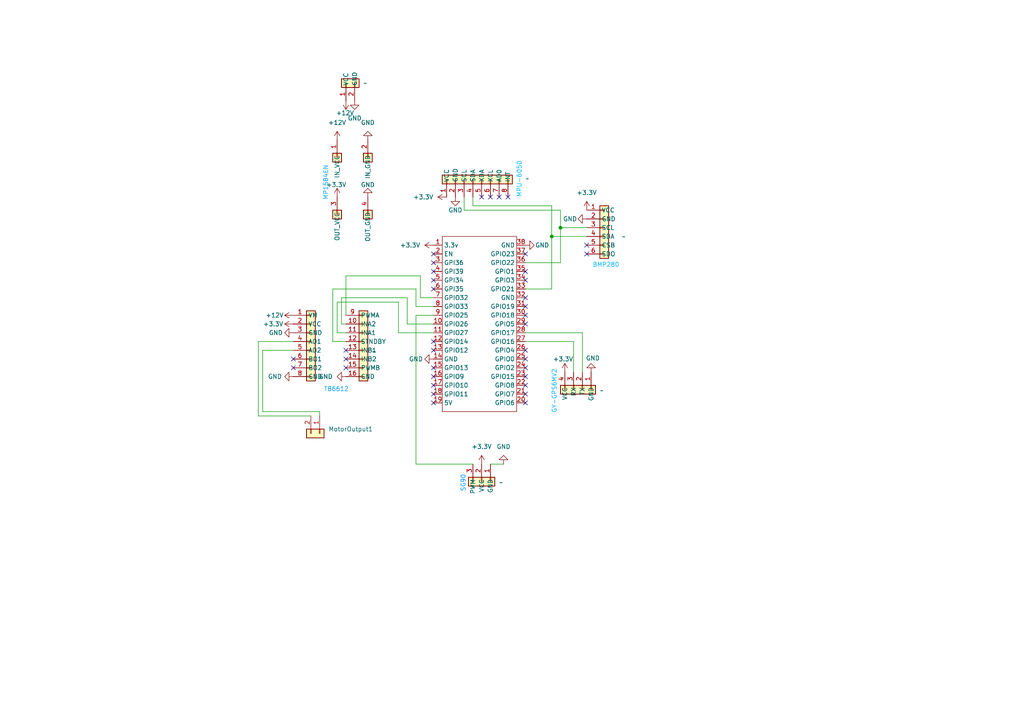
<source format=kicad_sch>
(kicad_sch (version 20250114) (generator "eeschema") (generator_version "9.0")
  (paper "A4")
  (lib_symbols
    (symbol "Connector_Generic:BMP280_Breakout"
      (symbol "BMP280_Breakout_1_1"
        (rectangle (start -1.27 6.35) (end 1.27 -8.89) (stroke (width 0.254)) (fill (type background)))
        (rectangle (start -1.27 5.207) (end 0 4.953) (stroke (width 0.1524)))
        (rectangle (start -1.27 2.667) (end 0 2.413) (stroke (width 0.1524)))
        (rectangle (start -1.27 0.127) (end 0 -0.127) (stroke (width 0.1524)))
        (rectangle (start -1.27 -2.413) (end 0 -2.667) (stroke (width 0.1524)))
        (rectangle (start -1.27 -4.953) (end 0 -5.207) (stroke (width 0.1524)))
        (rectangle (start -1.27 -7.493) (end 0 -7.747) (stroke (width 0.1524)))
        (text "BMP280" (at 0.508 -10.668 0) (effects (font (size 1.27 1.27))))
        (pin passive line (at -5.08 5.08 0) (length 3.81) (name "VCC") (number "1"))
        (pin passive line (at -5.08 2.54 0) (length 3.81) (name "GND") (number "2"))
        (pin passive line (at -5.08 0 0) (length 3.81) (name "SCL") (number "3"))
        (pin passive line (at -5.08 -2.54 0) (length 3.81) (name "SDA") (number "4"))
        (pin passive line (at -5.08 -5.08 0) (length 3.81) (name "CSB") (number "5"))
        (pin passive line (at -5.08 -7.62 0) (length 3.81) (name "SDO") (number "6"))
      )
    )
    (symbol "Connector_Generic:Conn_01x02" (pin_names (offset 1.016) (hide yes))
      (property "Reference" "J" (at 0 2.54 0))
      (property "Value" "Conn_01x02" (at 0 -5.08 0))
      (symbol "Conn_01x02_1_1"
        (rectangle (start -1.27 1.27) (end 1.27 -3.81) (stroke (width 0.254)) (fill (type background)))
        (rectangle (start -1.27 0.127) (end 0 -0.127) (stroke (width 0.1524)))
        (rectangle (start -1.27 -2.413) (end 0 -2.667) (stroke (width 0.1524)))
        (pin passive line (at -5.08 0 0) (length 3.81) (name "Pin_1") (number "1"))
        (pin passive line (at -5.08 -2.54 0) (length 3.81) (name "Pin_2") (number "2"))
      )
    )
    (symbol "Connector_Generic:DC_Power_Input"
      (symbol "DC_Power_Input_1_1"
        (rectangle (start -1.27 1.27) (end 1.27 -3.81) (stroke (width 0.254)) (fill (type background)))
        (rectangle (start -1.27 0.127) (end 0 -0.127) (stroke (width 0.1524)))
        (rectangle (start -1.27 -2.413) (end 0 -2.667) (stroke (width 0.1524)))
        (pin power_out line (at -5.08 0 0) (length 3.81) (name "VCC") (number "1"))
        (pin power_out line (at -5.08 -2.54 0) (length 3.81) (name "GND") (number "2"))
      )
    )
    (symbol "Connector_Generic:GY-GPS6MV2_Breakout"
      (symbol "GY-GPS6MV2_Breakout_1_1"
        (rectangle (start -1.27 3.81) (end 1.27 -6.35) (stroke (width 0.254)) (fill (type background)))
        (rectangle (start -1.27 2.667) (end 0 2.413) (stroke (width 0.1524)))
        (rectangle (start -1.27 0.127) (end 0 -0.127) (stroke (width 0.1524)))
        (rectangle (start -1.27 -2.413) (end 0 -2.667) (stroke (width 0.1524)))
        (rectangle (start -1.27 -4.953) (end 0 -5.207) (stroke (width 0.1524)))
        (text "GY-GPS6MV2" (at 0.254 -8.128 0) (effects (font (size 1.27 1.27))))
        (pin passive line (at -5.08 2.54 0) (length 3.81) (name "GND") (number "1"))
        (pin passive line (at -5.08 0 0) (length 3.81) (name "TX") (number "2"))
        (pin passive line (at -5.08 -2.54 0) (length 3.81) (name "RX") (number "3"))
        (pin passive line (at -5.08 -5.08 0) (length 3.81) (name "VCC") (number "4"))
      )
    )
    (symbol "Connector_Generic:MP1584EN_Breakout"
      (property "Footprint" "Ernest:MP1584_breakout_footprint" (at 0 0 0))
      (symbol "MP1584EN_Breakout_1_1"
        (rectangle (start -8.89 5.08) (end -6.35 2.54) (stroke (width 0.254)) (fill (type background)))
        (rectangle (start -8.89 3.937) (end -7.62 3.683) (stroke (width 0.1524)))
        (rectangle (start -8.89 -3.81) (end -6.35 -6.35) (stroke (width 0.254)) (fill (type background)))
        (rectangle (start -8.89 -4.953) (end -7.62 -5.207) (stroke (width 0.1524)))
        (rectangle (start 7.62 5.08) (end 10.16 2.54) (stroke (width 0.254)) (fill (type background)))
        (rectangle (start 7.62 3.937) (end 8.89 3.683) (stroke (width 0.1524)))
        (rectangle (start 7.62 -3.81) (end 10.16 -6.35) (stroke (width 0.254)) (fill (type background)))
        (rectangle (start 7.62 -4.953) (end 8.89 -5.207) (stroke (width 0.1524)))
        (text "MP1584EN" (at -0.508 -8.382 0) (effects (font (size 1.27 1.27))))
        (pin input line (at -12.7 3.81 0) (length 3.81) (name "IN_GND") (number "2"))
        (pin input line (at -12.7 -5.08 0) (length 3.81) (name "IN_VCC") (number "1"))
        (pin passive line (at 3.81 3.81 0) (length 3.81) (name "OUT_GND") (number "4"))
        (pin power_out line (at 3.81 -5.08 0) (length 3.81) (name "OUT_VCC") (number "3"))
      )
    )
    (symbol "Connector_Generic:MPU-6050_Breakout"
      (symbol "MPU-6050_Breakout_1_1"
        (rectangle (start -1.27 8.89) (end 1.27 -11.43) (stroke (width 0.254)) (fill (type background)))
        (rectangle (start -1.27 7.747) (end 0 7.493) (stroke (width 0.1524)))
        (rectangle (start -1.27 5.207) (end 0 4.953) (stroke (width 0.1524)))
        (rectangle (start -1.27 2.667) (end 0 2.413) (stroke (width 0.1524)))
        (rectangle (start -1.27 0.127) (end 0 -0.127) (stroke (width 0.1524)))
        (rectangle (start -1.27 -2.413) (end 0 -2.667) (stroke (width 0.1524)))
        (rectangle (start -1.27 -4.953) (end 0 -5.207) (stroke (width 0.1524)))
        (rectangle (start -1.27 -7.493) (end 0 -7.747) (stroke (width 0.1524)))
        (rectangle (start -1.27 -10.033) (end 0 -10.287) (stroke (width 0.1524)))
        (text "MPU-6050" (at 0.254 -13.462 0) (effects (font (size 1.27 1.27))))
        (pin passive line (at -5.08 7.62 0) (length 3.81) (name "VCC") (number "1"))
        (pin passive line (at -5.08 5.08 0) (length 3.81) (name "GND") (number "2"))
        (pin passive line (at -5.08 2.54 0) (length 3.81) (name "SCL") (number "3"))
        (pin passive line (at -5.08 0 0) (length 3.81) (name "SDA") (number "4"))
        (pin passive line (at -5.08 -2.54 0) (length 3.81) (name "XDA") (number "5"))
        (pin passive line (at -5.08 -5.08 0) (length 3.81) (name "XCL") (number "6"))
        (pin passive line (at -5.08 -7.62 0) (length 3.81) (name "AD0") (number "7"))
        (pin passive line (at -5.08 -10.16 0) (length 3.81) (name "INT") (number "8"))
      )
    )
    (symbol "Connector_Generic:SG90_Pins"
      (symbol "SG90_Pins_1_1"
        (rectangle (start -1.27 3.81) (end 1.27 -3.81) (stroke (width 0.254)) (fill (type background)))
        (rectangle (start -1.27 2.667) (end 0 2.413) (stroke (width 0.1524)))
        (rectangle (start -1.27 0.127) (end 0 -0.127) (stroke (width 0.1524)))
        (rectangle (start -1.27 -2.413) (end 0 -2.667) (stroke (width 0.1524)))
        (text "SG90" (at 0.254 -5.334 0) (effects (font (size 1.27 1.27))))
        (pin passive line (at -5.08 2.54 0) (length 3.81) (name "GND") (number "1"))
        (pin passive line (at -5.08 0 0) (length 3.81) (name "VCC") (number "2"))
        (pin passive line (at -5.08 -2.54 0) (length 3.81) (name "PWM") (number "3"))
      )
    )
    (symbol "Connector_Generic:TB6612_Breakout"
      (symbol "TB6612_Breakout_1_1"
        (rectangle (start -11.43 8.89) (end -8.89 -11.43) (stroke (width 0.254)) (fill (type background)))
        (rectangle (start -11.43 7.747) (end -10.16 7.493) (stroke (width 0.1524)))
        (rectangle (start -11.43 5.207) (end -10.16 4.953) (stroke (width 0.1524)))
        (rectangle (start -11.43 2.667) (end -10.16 2.413) (stroke (width 0.1524)))
        (rectangle (start -11.43 0.127) (end -10.16 -0.127) (stroke (width 0.1524)))
        (rectangle (start -11.43 -2.413) (end -10.16 -2.667) (stroke (width 0.1524)))
        (rectangle (start -11.43 -4.953) (end -10.16 -5.207) (stroke (width 0.1524)))
        (rectangle (start -11.43 -7.493) (end -10.16 -7.747) (stroke (width 0.1524)))
        (rectangle (start -11.43 -10.033) (end -10.16 -10.287) (stroke (width 0.1524)))
        (rectangle (start 3.81 8.89) (end 6.35 -11.43) (stroke (width 0.254)) (fill (type background)))
        (rectangle (start 3.81 7.747) (end 5.08 7.493) (stroke (width 0.1524)))
        (rectangle (start 3.81 5.207) (end 5.08 4.953) (stroke (width 0.1524)))
        (rectangle (start 3.81 2.667) (end 5.08 2.413) (stroke (width 0.1524)))
        (rectangle (start 3.81 0.127) (end 5.08 -0.127) (stroke (width 0.1524)))
        (rectangle (start 3.81 -2.413) (end 5.08 -2.667) (stroke (width 0.1524)))
        (rectangle (start 3.81 -4.953) (end 5.08 -5.207) (stroke (width 0.1524)))
        (rectangle (start 3.81 -7.493) (end 5.08 -7.747) (stroke (width 0.1524)))
        (rectangle (start 3.81 -10.033) (end 5.08 -10.287) (stroke (width 0.1524)))
        (text "TB6612" (at -2.794 -13.716 0) (effects (font (size 1.27 1.27))))
        (pin passive line (at -15.24 7.62 0) (length 3.81) (name "VM") (number "1"))
        (pin passive line (at -15.24 5.08 0) (length 3.81) (name "VCC") (number "2"))
        (pin passive line (at -15.24 2.54 0) (length 3.81) (name "GND") (number "3"))
        (pin passive line (at -15.24 0 0) (length 3.81) (name "AO1") (number "4"))
        (pin passive line (at -15.24 -2.54 0) (length 3.81) (name "AO2") (number "5"))
        (pin passive line (at -15.24 -5.08 0) (length 3.81) (name "BO1") (number "6"))
        (pin passive line (at -15.24 -7.62 0) (length 3.81) (name "BO2") (number "7"))
        (pin passive line (at -15.24 -10.16 0) (length 3.81) (name "GND") (number "8"))
        (pin passive line (at 0 7.62 0) (length 3.81) (name "PWMA") (number "9"))
        (pin passive line (at 0 5.08 0) (length 3.81) (name "INA2") (number "10"))
        (pin passive line (at 0 2.54 0) (length 3.81) (name "INA1") (number "11"))
        (pin passive line (at 0 0 0) (length 3.81) (name "STNDBY") (number "12"))
        (pin passive line (at 0 -2.54 0) (length 3.81) (name "INB1") (number "13"))
        (pin passive line (at 0 -5.08 0) (length 3.81) (name "INB2") (number "14"))
        (pin passive line (at 0 -7.62 0) (length 3.81) (name "PWMB") (number "15"))
        (pin passive line (at 0 -10.16 0) (length 3.81) (name "GND") (number "16"))
      )
    )
    (symbol "Esp32s-38-pin Dev Board:Esp32"
      (property "Reference" "U" (at 0 0 0))
      (symbol "Esp32_0_1"
        (rectangle (start -10.16 16.51) (end 11.43 -34.29))
      )
      (symbol "Esp32_1_1"
        (pin input line (at -12.7 13.97 0) (length 2.54) (name "3.3v") (number "1"))
        (pin bidirectional line (at -12.7 11.43 0) (length 2.54) (name "EN") (number "2"))
        (pin input line (at -12.7 8.89 0) (length 2.54) (name "GPI36") (number "3"))
        (pin input line (at -12.7 6.35 0) (length 2.54) (name "GPI39") (number "4"))
        (pin input line (at -12.7 3.81 0) (length 2.54) (name "GPI34") (number "5"))
        (pin input line (at -12.7 1.27 0) (length 2.54) (name "GPI35") (number "6"))
        (pin bidirectional line (at -12.7 -1.27 0) (length 2.54) (name "GPIO32") (number "7"))
        (pin bidirectional line (at -12.7 -3.81 0) (length 2.54) (name "GPIO33") (number "8"))
        (pin bidirectional line (at -12.7 -6.35 0) (length 2.54) (name "GPIO25") (number "9"))
        (pin bidirectional line (at -12.7 -8.89 0) (length 2.54) (name "GPIO26") (number "10"))
        (pin bidirectional line (at -12.7 -11.43 0) (length 2.54) (name "GPIO27") (number "11"))
        (pin bidirectional line (at -12.7 -13.97 0) (length 2.54) (name "GPIO14") (number "12"))
        (pin bidirectional line (at -12.7 -16.51 0) (length 2.54) (name "GPIO12") (number "13"))
        (pin input line (at -12.7 -19.05 0) (length 2.54) (name "GND") (number "14"))
        (pin bidirectional line (at -12.7 -21.59 0) (length 2.54) (name "GPIO13") (number "15"))
        (pin bidirectional line (at -12.7 -24.13 0) (length 2.54) (name "GPIO9") (number "16"))
        (pin bidirectional line (at -12.7 -26.67 0) (length 2.54) (name "GPIO10") (number "17"))
        (pin bidirectional line (at -12.7 -29.21 0) (length 2.54) (name "GPIO11") (number "18"))
        (pin input line (at -12.7 -31.75 0) (length 2.54) (name "5V") (number "19"))
        (pin input line (at 13.97 13.97 180) (length 2.54) (name "GND") (number "38"))
        (pin bidirectional line (at 13.97 11.43 180) (length 2.54) (name "GPIO23") (number "37"))
        (pin bidirectional line (at 13.97 8.89 180) (length 2.54) (name "GPIO22") (number "36"))
        (pin bidirectional line (at 13.97 6.35 180) (length 2.54) (name "GPIO1") (number "35"))
        (pin bidirectional line (at 13.97 3.81 180) (length 2.54) (name "GPIO3") (number "34"))
        (pin bidirectional line (at 13.97 1.27 180) (length 2.54) (name "GPIO21") (number "33"))
        (pin bidirectional line (at 13.97 -1.27 180) (length 2.54) (name "GND") (number "32"))
        (pin bidirectional line (at 13.97 -3.81 180) (length 2.54) (name "GPIO19") (number "31"))
        (pin bidirectional line (at 13.97 -6.35 180) (length 2.54) (name "GPIO18") (number "30"))
        (pin bidirectional line (at 13.97 -8.89 180) (length 2.54) (name "GPIO5") (number "29"))
        (pin bidirectional line (at 13.97 -11.43 180) (length 2.54) (name "GPIO17") (number "28"))
        (pin bidirectional line (at 13.97 -13.97 180) (length 2.54) (name "GPIO16") (number "27"))
        (pin bidirectional line (at 13.97 -16.51 180) (length 2.54) (name "GPIO4") (number "26"))
        (pin bidirectional line (at 13.97 -19.05 180) (length 2.54) (name "GPIO0") (number "25"))
        (pin bidirectional line (at 13.97 -21.59 180) (length 2.54) (name "GPIO2") (number "24"))
        (pin bidirectional line (at 13.97 -24.13 180) (length 2.54) (name "GPIO15") (number "23"))
        (pin bidirectional line (at 13.97 -26.67 180) (length 2.54) (name "GPIO8") (number "22"))
        (pin bidirectional line (at 13.97 -29.21 180) (length 2.54) (name "GPIO7") (number "21"))
        (pin bidirectional line (at 13.97 -31.75 180) (length 2.54) (name "GPIO6") (number "20"))
      )
    )
    (symbol "power:+12V" (power) (pin_numbers (hide yes)) (pin_names (offset 0) (hide yes))
      (property "Value" "+12V" (at 0 3.556 0))
      (symbol "+12V_0_1"
        (polyline (pts (xy -0.762 1.27) (xy 0 2.54)))
        (polyline (pts (xy 0 2.54) (xy 0.762 1.27)))
        (polyline (pts (xy 0 0) (xy 0 2.54)))
      )
      (symbol "+12V_1_1"
        (pin power_in line (at 0 0 90) (length 0) (name "~") (number "1"))
      )
    )
    (symbol "power:+3.3V" (power) (pin_numbers (hide yes)) (pin_names (offset 0) (hide yes))
      (property "Value" "+3.3V" (at 0 3.556 0))
      (symbol "+3.3V_0_1"
        (polyline (pts (xy -0.762 1.27) (xy 0 2.54)))
        (polyline (pts (xy 0 2.54) (xy 0.762 1.27)))
        (polyline (pts (xy 0 0) (xy 0 2.54)))
      )
      (symbol "+3.3V_1_1"
        (pin power_in line (at 0 0 90) (length 0) (name "~") (number "1"))
      )
    )
    (symbol "power:GND" (power) (pin_numbers (hide yes)) (pin_names (offset 0) (hide yes))
      (property "Value" "GND" (at 0 -3.81 0))
      (symbol "GND_0_1"
        (polyline (pts (xy 0 0) (xy 0 -1.27) (xy 1.27 -1.27) (xy 0 -2.54) (xy -1.27 -1.27) (xy 0 -1.27)))
      )
      (symbol "GND_1_1"
        (pin power_in line (at 0 0 270) (length 0) (name "~") (number "1"))
      )
    )
  )
  (junction (at 162.56 66.04))
  (junction (at 160.02 68.58))
  (no_connect (at 125.73 106.68))
  (no_connect (at 152.4 101.6))
  (no_connect (at 170.18 71.12))
  (no_connect (at 125.73 114.3))
  (no_connect (at 152.4 86.36))
  (no_connect (at 152.4 106.68))
  (no_connect (at 85.09 106.68))
  (no_connect (at 152.4 109.22))
  (no_connect (at 152.4 93.98))
  (no_connect (at 139.7 57.15))
  (no_connect (at 125.73 111.76))
  (no_connect (at 125.73 81.28))
  (no_connect (at 125.73 99.06))
  (no_connect (at 100.33 104.14))
  (no_connect (at 125.73 101.6))
  (no_connect (at 100.33 106.68))
  (no_connect (at 152.4 116.84))
  (no_connect (at 152.4 88.9))
  (no_connect (at 152.4 81.28))
  (no_connect (at 152.4 78.74))
  (no_connect (at 170.18 73.66))
  (no_connect (at 147.32 57.15))
  (no_connect (at 100.33 101.6))
  (no_connect (at 152.4 114.3))
  (no_connect (at 125.73 76.2))
  (no_connect (at 85.09 104.14))
  (no_connect (at 142.24 57.15))
  (no_connect (at 125.73 78.74))
  (no_connect (at 144.78 57.15))
  (no_connect (at 125.73 109.22))
  (no_connect (at 125.73 73.66))
  (no_connect (at 152.4 111.76))
  (no_connect (at 125.73 116.84))
  (no_connect (at 152.4 73.66))
  (no_connect (at 152.4 104.14))
  (no_connect (at 125.73 83.82))
  (no_connect (at 152.4 91.44))
  (wire (pts (xy 120.65 91.44) (xy 120.65 134.62)))
  (wire (pts (xy 160.02 68.58) (xy 160.02 83.82)))
  (wire (pts (xy 125.73 91.44) (xy 120.65 91.44)))
  (wire (pts (xy 134.62 60.96) (xy 162.56 60.96)))
  (wire (pts (xy 96.52 83.82) (xy 96.52 99.06)))
  (wire (pts (xy 121.92 80.01) (xy 100.33 80.01)))
  (wire (pts (xy 74.93 99.06) (xy 74.93 120.65)))
  (wire (pts (xy 74.93 120.65) (xy 90.17 120.65)))
  (wire (pts (xy 115.57 96.52) (xy 125.73 96.52)))
  (wire (pts (xy 168.91 96.52) (xy 168.91 107.95)))
  (wire (pts (xy 97.79 96.52) (xy 97.79 87.63)))
  (wire (pts (xy 97.79 87.63) (xy 115.57 87.63)))
  (wire (pts (xy 118.11 93.98) (xy 125.73 93.98)))
  (wire (pts (xy 146.05 134.62) (xy 142.24 134.62)))
  (wire (pts (xy 160.02 68.58) (xy 170.18 68.58)))
  (wire (pts (xy 100.33 96.52) (xy 97.79 96.52)))
  (wire (pts (xy 100.33 93.98) (xy 99.06 93.98)))
  (wire (pts (xy 162.56 66.04) (xy 170.18 66.04)))
  (wire (pts (xy 125.73 86.36) (xy 121.92 86.36)))
  (wire (pts (xy 120.65 83.82) (xy 96.52 83.82)))
  (wire (pts (xy 125.73 88.9) (xy 120.65 88.9)))
  (wire (pts (xy 85.09 101.6) (xy 76.2 101.6)))
  (wire (pts (xy 134.62 57.15) (xy 134.62 60.96)))
  (wire (pts (xy 166.37 99.06) (xy 166.37 107.95)))
  (wire (pts (xy 166.37 99.06) (xy 152.4 99.06)))
  (wire (pts (xy 99.06 93.98) (xy 99.06 86.36)))
  (wire (pts (xy 120.65 134.62) (xy 137.16 134.62)))
  (wire (pts (xy 168.91 96.52) (xy 152.4 96.52)))
  (wire (pts (xy 99.06 86.36) (xy 118.11 86.36)))
  (wire (pts (xy 160.02 59.69) (xy 160.02 68.58)))
  (wire (pts (xy 152.4 83.82) (xy 160.02 83.82)))
  (wire (pts (xy 115.57 87.63) (xy 115.57 96.52)))
  (wire (pts (xy 152.4 76.2) (xy 162.56 76.2)))
  (wire (pts (xy 76.2 101.6) (xy 76.2 119.38)))
  (wire (pts (xy 92.71 119.38) (xy 92.71 120.65)))
  (wire (pts (xy 137.16 57.15) (xy 137.16 59.69)))
  (wire (pts (xy 118.11 86.36) (xy 118.11 93.98)))
  (wire (pts (xy 162.56 60.96) (xy 162.56 66.04)))
  (wire (pts (xy 76.2 119.38) (xy 92.71 119.38)))
  (wire (pts (xy 162.56 76.2) (xy 162.56 66.04)))
  (wire (pts (xy 85.09 99.06) (xy 74.93 99.06)))
  (wire (pts (xy 96.52 99.06) (xy 100.33 99.06)))
  (wire (pts (xy 137.16 59.69) (xy 160.02 59.69)))
  (wire (pts (xy 100.33 80.01) (xy 100.33 91.44)))
  (wire (pts (xy 121.92 86.36) (xy 121.92 80.01)))
  (wire (pts (xy 120.65 88.9) (xy 120.65 83.82)))
  (symbol (lib_id "power:GND") (at 106.68 40.64 180) (unit 1)
    (property "Reference" "#PWR014" (effects (hide yes)))
    (property "Value" "GND" (at 106.68 35.56 0))
    (property "Description" "Power symbol creates a global label with name \"GND\" , ground" (effects (hide yes)))
  )
  (symbol (lib_id "Connector_Generic:MPU-6050_Breakout") (at 137.16 52.07 90) (unit 1)
    (property "Reference" "MPU-1" (effects (hide yes)))
    (property "Value" "~" (at 152.4 51.8158 90) (effects (justify right)))
    (property "Footprint" "Ernest:MPU6050_breakout_footprint" (effects (hide yes)))
  )
  (symbol (lib_id "power:+12V") (at 97.79 40.64 0) (unit 1)
    (property "Reference" "#PWR017" (effects (hide yes)))
    (property "Value" "+12V" (at 97.79 35.56 0))
    (property "Description" "Power symbol creates a global label with name \"+12V\"" (effects (hide yes)))
  )
  (symbol (lib_id "power:GND") (at 100.33 109.22 270) (unit 1)
    (property "Reference" "#PWR011" (effects (hide yes)))
    (property "Value" "GND" (at 96.52 109.2199 90) (effects (justify right)))
    (property "Description" "Power symbol creates a global label with name \"GND\" , ground" (effects (hide yes)))
  )
  (symbol (lib_id "Esp32s-38-pin Dev Board:Esp32") (at 138.43 85.09 0) (unit 1)
    (property "Reference" "U1" (effects (hide yes)))
    (property "Footprint" "Jorge:ESP32-38pin" (effects (hide yes)))
  )
  (symbol (lib_id "power:GND") (at 171.45 107.95 180) (unit 1)
    (property "Reference" "#PWR08" (effects (hide yes)))
    (property "Value" "GND" (at 171.958 103.886 0))
    (property "Description" "Power symbol creates a global label with name \"GND\" , ground" (effects (hide yes)))
  )
  (symbol (lib_id "power:+3.3V") (at 170.18 60.96 0) (unit 1)
    (property "Reference" "#PWR05" (effects (hide yes)))
    (property "Value" "+3.3V" (at 170.18 55.88 0))
    (property "Description" "Power symbol creates a global label with name \"+3.3V\"" (effects (hide yes)))
  )
  (symbol (lib_id "Connector_Generic:TB6612_Breakout") (at 100.33 99.06 0) (unit 1)
    (property "Reference" "TB1" (effects (hide yes)))
    (property "Value" "~" (at 107.95 101.9202 0) (effects (justify left)))
    (property "Footprint" "Ernest:TB6612_breakout_footprint" (effects (hide yes)))
  )
  (symbol (lib_id "power:GND") (at 132.08 57.15 0) (unit 1)
    (property "Reference" "#PWR010" (effects (hide yes)))
    (property "Value" "GND" (at 132.08 60.96 0))
    (property "Description" "Power symbol creates a global label with name \"GND\" , ground" (effects (hide yes)))
  )
  (symbol (lib_id "power:+12V") (at 100.33 29.21 180) (unit 1)
    (property "Reference" "#PWR022" (effects (hide yes)))
    (property "Value" "+12V" (at 100.076 32.766 0))
    (property "Description" "Power symbol creates a global label with name \"+12V\"" (effects (hide yes)))
  )
  (symbol (lib_id "power:GND") (at 85.09 96.52 270) (unit 1)
    (property "Reference" "#PWR020" (effects (hide yes)))
    (property "Value" "GND" (at 82.042 96.52 90) (effects (justify right)))
    (property "Description" "Power symbol creates a global label with name \"GND\" , ground" (effects (hide yes)))
  )
  (symbol (lib_id "power:GND") (at 170.18 63.5 270) (unit 1)
    (property "Reference" "#PWR09" (effects (hide yes)))
    (property "Value" "GND" (at 167.386 63.5 90) (effects (justify right)))
    (property "Description" "Power symbol creates a global label with name \"GND\" , ground" (effects (hide yes)))
  )
  (symbol (lib_id "power:+3.3V") (at 85.09 93.98 90) (unit 1)
    (property "Reference" "#PWR02" (effects (hide yes)))
    (property "Value" "+3.3V" (at 79.248 93.98 90))
    (property "Description" "Power symbol creates a global label with name \"+3.3V\"" (effects (hide yes)))
  )
  (symbol (lib_id "power:+3.3V") (at 163.83 107.95 0) (unit 1)
    (property "Reference" "#PWR04" (effects (hide yes)))
    (property "Value" "+3.3V" (at 163.322 104.14 0))
    (property "Description" "Power symbol creates a global label with name \"+3.3V\"" (effects (hide yes)))
  )
  (symbol (lib_id "Connector_Generic:MP1584EN_Breakout") (at 102.87 53.34 270) (unit 1)
    (property "Reference" "MP1584EN1" (effects (hide yes)))
    (property "Footprint" "Ernest:MP1584_breakout_footprint" (effects (hide yes)))
  )
  (symbol (lib_id "Connector_Generic:BMP280_Breakout") (at 175.26 66.04 0) (unit 1)
    (property "Reference" "BMP1" (effects (hide yes)))
    (property "Value" "~" (at 180.34 68.6462 0) (effects (justify left)))
    (property "Footprint" "Ernest:BME280_breakout_footprint" (effects (hide yes)))
  )
  (symbol (lib_id "Connector_Generic:Conn_01x02") (at 92.71 125.73 270) (unit 1)
    (property "Reference" "MotorOutput1" (at 95.25 124.4599 90) (effects (justify left)))
    (property "Value" "Motor Output" (effects (hide yes)))
    (property "Footprint" "TerminalBlock_Phoenix:TerminalBlock_Phoenix_MKDS-1,5-2-5.08_1x02_P5.08mm_Horizontal" (effects (hide yes)))
    (property "Description" "Generic connector, single row, 01x02, script generated (kicad-library-utils/schlib/autogen/connector/)" (effects (hide yes)))
  )
  (symbol (lib_id "power:+3.3V") (at 97.79 57.15 0) (unit 1)
    (property "Reference" "#PWR016" (effects (hide yes)))
    (property "Value" "+3.3V" (at 97.536 53.594 0))
    (property "Description" "Power symbol creates a global label with name \"+3.3V\"" (effects (hide yes)))
  )
  (symbol (lib_id "power:+3.3V") (at 139.7 134.62 0) (unit 1)
    (property "Reference" "#PWR03" (effects (hide yes)))
    (property "Value" "+3.3V" (at 139.7 129.54 0))
    (property "Description" "Power symbol creates a global label with name \"+3.3V\"" (effects (hide yes)))
  )
  (symbol (lib_id "power:+3.3V") (at 129.54 57.15 90) (unit 1)
    (property "Reference" "#PWR06" (effects (hide yes)))
    (property "Value" "+3.3V" (at 125.73 57.1499 90) (effects (justify left)))
    (property "Description" "Power symbol creates a global label with name \"+3.3V\"" (effects (hide yes)))
  )
  (symbol (lib_id "power:GND") (at 85.09 109.22 270) (unit 1)
    (property "Reference" "#PWR012" (effects (hide yes)))
    (property "Value" "GND" (at 81.788 109.22 90) (effects (justify right)))
    (property "Description" "Power symbol creates a global label with name \"GND\" , ground" (effects (hide yes)))
  )
  (symbol (lib_id "power:GND") (at 125.73 104.14 270) (unit 1)
    (property "Reference" "#PWR019" (effects (hide yes)))
    (property "Value" "GND" (at 122.682 104.14 90) (effects (justify right)))
    (property "Description" "Power symbol creates a global label with name \"GND\" , ground" (effects (hide yes)))
  )
  (symbol (lib_id "Connector_Generic:SG90_Pins") (at 139.7 139.7 270) (unit 1)
    (property "Reference" "SG1" (effects (hide yes)))
    (property "Value" "~" (at 144.78 139.9539 90) (effects (justify left)))
    (property "Footprint" "Connector_PinSocket_2.54mm:PinSocket_1x03_P2.54mm_Vertical" (effects (hide yes)))
  )
  (symbol (lib_id "Connector_Generic:GY-GPS6MV2_Breakout") (at 168.91 113.03 270) (unit 1)
    (property "Reference" "GY-GPS6MV1" (effects (hide yes)))
    (property "Value" "~" (at 173.99 113.2839 90) (effects (justify left)))
    (property "Footprint" "Ernest:GY-GPS6MV2_footprint" (effects (hide yes)))
  )
  (symbol (lib_id "power:GND") (at 106.68 57.15 180) (unit 1)
    (property "Reference" "#PWR013" (effects (hide yes)))
    (property "Value" "GND" (at 106.68 53.594 0))
    (property "Description" "Power symbol creates a global label with name \"GND\" , ground" (effects (hide yes)))
  )
  (symbol (lib_id "power:+12V") (at 85.09 91.44 90) (unit 1)
    (property "Reference" "#PWR018" (effects (hide yes)))
    (property "Value" "+12V" (at 82.296 91.44 90) (effects (justify left)))
    (property "Description" "Power symbol creates a global label with name \"+12V\"" (effects (hide yes)))
  )
  (symbol (lib_id "power:GND") (at 102.87 29.21 0) (unit 1)
    (property "Reference" "#PWR01" (effects (hide yes)))
    (property "Value" "GND" (at 102.87 34.29 0))
    (property "Description" "Power symbol creates a global label with name \"GND\" , ground" (effects (hide yes)))
  )
  (symbol (lib_id "power:GND") (at 152.4 71.12 90) (unit 1)
    (property "Reference" "#PWR015" (effects (hide yes)))
    (property "Value" "GND" (at 155.194 71.12 90) (effects (justify right)))
    (property "Description" "Power symbol creates a global label with name \"GND\" , ground" (effects (hide yes)))
  )
  (symbol (lib_id "Connector_Generic:DC_Power_Input") (at 100.33 24.13 90) (unit 1)
    (property "Reference" "DC_Input1" (effects (hide yes)))
    (property "Value" "~" (at 105.41 24.1299 90) (effects (justify right)))
    (property "Footprint" "Connector_BarrelJack:BarrelJack_Horizontal" (effects (hide yes)))
  )
  (symbol (lib_id "power:GND") (at 146.05 134.62 180) (unit 1)
    (property "Reference" "#PWR07" (effects (hide yes)))
    (property "Value" "GND" (at 146.05 129.54 0))
    (property "Description" "Power symbol creates a global label with name \"GND\" , ground" (effects (hide yes)))
  )
  (symbol (lib_id "power:+3.3V") (at 125.73 71.12 90) (unit 1)
    (property "Reference" "#PWR021" (effects (hide yes)))
    (property "Value" "+3.3V" (at 121.92 71.1199 90) (effects (justify left)))
    (property "Description" "Power symbol creates a global label with name \"+3.3V\"" (effects (hide yes)))
  )
)
</source>
